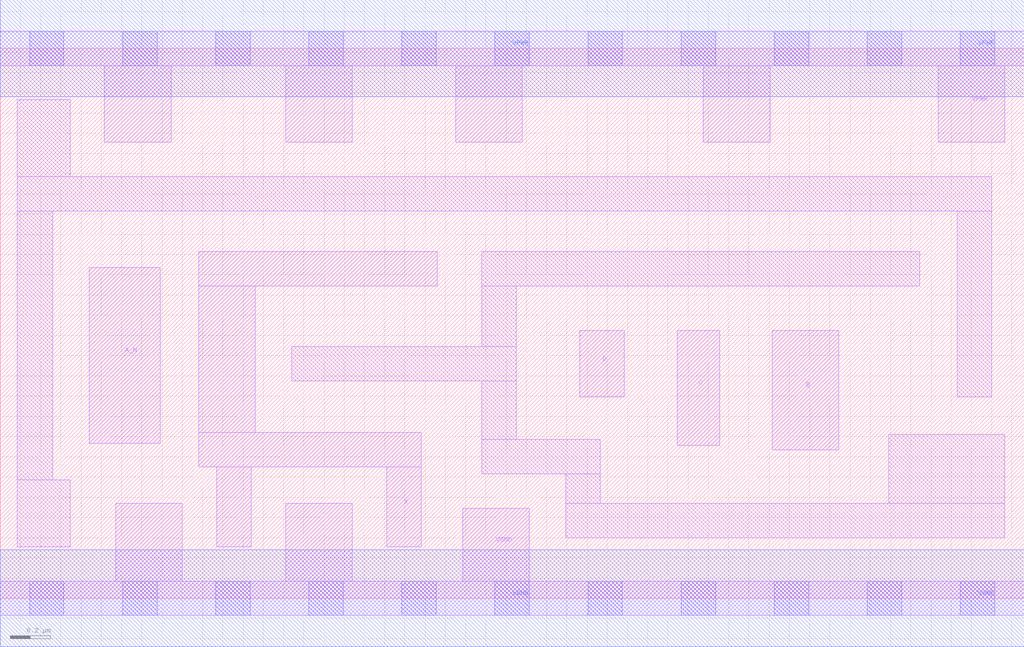
<source format=lef>
# Copyright 2020 The SkyWater PDK Authors
#
# Licensed under the Apache License, Version 2.0 (the "License");
# you may not use this file except in compliance with the License.
# You may obtain a copy of the License at
#
#     https://www.apache.org/licenses/LICENSE-2.0
#
# Unless required by applicable law or agreed to in writing, software
# distributed under the License is distributed on an "AS IS" BASIS,
# WITHOUT WARRANTIES OR CONDITIONS OF ANY KIND, either express or implied.
# See the License for the specific language governing permissions and
# limitations under the License.
#
# SPDX-License-Identifier: Apache-2.0

VERSION 5.7 ;
  NAMESCASESENSITIVE ON ;
  NOWIREEXTENSIONATPIN ON ;
  DIVIDERCHAR "/" ;
  BUSBITCHARS "[]" ;
UNITS
  DATABASE MICRONS 200 ;
END UNITS
MACRO sky130_fd_sc_hd__and4b_4
  CLASS CORE ;
  SOURCE USER ;
  FOREIGN sky130_fd_sc_hd__and4b_4 ;
  ORIGIN  0.000000  0.000000 ;
  SIZE  5.060000 BY  2.720000 ;
  SYMMETRY X Y R90 ;
  SITE unithd ;
  PIN A_N
    ANTENNAGATEAREA  0.126000 ;
    DIRECTION INPUT ;
    USE SIGNAL ;
    PORT
      LAYER li1 ;
        RECT 0.440000 0.765000 0.790000 1.635000 ;
    END
  END A_N
  PIN B
    ANTENNAGATEAREA  0.247500 ;
    DIRECTION INPUT ;
    USE SIGNAL ;
    PORT
      LAYER li1 ;
        RECT 3.815000 0.735000 4.145000 1.325000 ;
    END
  END B
  PIN C
    ANTENNAGATEAREA  0.247500 ;
    DIRECTION INPUT ;
    USE SIGNAL ;
    PORT
      LAYER li1 ;
        RECT 3.345000 0.755000 3.555000 1.325000 ;
    END
  END C
  PIN D
    ANTENNAGATEAREA  0.247500 ;
    DIRECTION INPUT ;
    USE SIGNAL ;
    PORT
      LAYER li1 ;
        RECT 2.865000 0.995000 3.085000 1.325000 ;
    END
  END D
  PIN X
    ANTENNADIFFAREA  0.891000 ;
    DIRECTION OUTPUT ;
    USE SIGNAL ;
    PORT
      LAYER li1 ;
        RECT 0.980000 0.650000 2.080000 0.820000 ;
        RECT 0.980000 0.820000 1.260000 1.545000 ;
        RECT 0.980000 1.545000 2.160000 1.715000 ;
        RECT 1.070000 0.255000 1.240000 0.650000 ;
        RECT 1.910000 0.255000 2.080000 0.650000 ;
    END
  END X
  PIN VGND
    DIRECTION INOUT ;
    SHAPE ABUTMENT ;
    USE GROUND ;
    PORT
      LAYER li1 ;
        RECT 0.000000 -0.085000 5.060000 0.085000 ;
        RECT 0.570000  0.085000 0.900000 0.470000 ;
        RECT 1.410000  0.085000 1.740000 0.470000 ;
        RECT 2.285000  0.085000 2.615000 0.445000 ;
      LAYER mcon ;
        RECT 0.145000 -0.085000 0.315000 0.085000 ;
        RECT 0.605000 -0.085000 0.775000 0.085000 ;
        RECT 1.065000 -0.085000 1.235000 0.085000 ;
        RECT 1.525000 -0.085000 1.695000 0.085000 ;
        RECT 1.985000 -0.085000 2.155000 0.085000 ;
        RECT 2.445000 -0.085000 2.615000 0.085000 ;
        RECT 2.905000 -0.085000 3.075000 0.085000 ;
        RECT 3.365000 -0.085000 3.535000 0.085000 ;
        RECT 3.825000 -0.085000 3.995000 0.085000 ;
        RECT 4.285000 -0.085000 4.455000 0.085000 ;
        RECT 4.745000 -0.085000 4.915000 0.085000 ;
      LAYER met1 ;
        RECT 0.000000 -0.240000 5.060000 0.240000 ;
    END
  END VGND
  PIN VPWR
    DIRECTION INOUT ;
    SHAPE ABUTMENT ;
    USE POWER ;
    PORT
      LAYER li1 ;
        RECT 0.000000 2.635000 5.060000 2.805000 ;
        RECT 0.515000 2.255000 0.845000 2.635000 ;
        RECT 1.410000 2.255000 1.740000 2.635000 ;
        RECT 2.250000 2.255000 2.580000 2.635000 ;
        RECT 3.475000 2.255000 3.805000 2.635000 ;
        RECT 4.635000 2.255000 4.965000 2.635000 ;
      LAYER mcon ;
        RECT 0.145000 2.635000 0.315000 2.805000 ;
        RECT 0.605000 2.635000 0.775000 2.805000 ;
        RECT 1.065000 2.635000 1.235000 2.805000 ;
        RECT 1.525000 2.635000 1.695000 2.805000 ;
        RECT 1.985000 2.635000 2.155000 2.805000 ;
        RECT 2.445000 2.635000 2.615000 2.805000 ;
        RECT 2.905000 2.635000 3.075000 2.805000 ;
        RECT 3.365000 2.635000 3.535000 2.805000 ;
        RECT 3.825000 2.635000 3.995000 2.805000 ;
        RECT 4.285000 2.635000 4.455000 2.805000 ;
        RECT 4.745000 2.635000 4.915000 2.805000 ;
      LAYER met1 ;
        RECT 0.000000 2.480000 5.060000 2.960000 ;
    END
  END VPWR
  OBS
    LAYER li1 ;
      RECT 0.085000 0.255000 0.345000 0.585000 ;
      RECT 0.085000 0.585000 0.260000 1.915000 ;
      RECT 0.085000 1.915000 4.900000 2.085000 ;
      RECT 0.085000 2.085000 0.345000 2.465000 ;
      RECT 1.440000 1.075000 2.550000 1.245000 ;
      RECT 2.380000 0.615000 2.965000 0.785000 ;
      RECT 2.380000 0.785000 2.550000 1.075000 ;
      RECT 2.380000 1.245000 2.550000 1.545000 ;
      RECT 2.380000 1.545000 4.545000 1.715000 ;
      RECT 2.795000 0.300000 4.965000 0.470000 ;
      RECT 2.795000 0.470000 2.965000 0.615000 ;
      RECT 4.390000 0.470000 4.965000 0.810000 ;
      RECT 4.730000 0.995000 4.900000 1.915000 ;
  END
END sky130_fd_sc_hd__and4b_4
END LIBRARY

</source>
